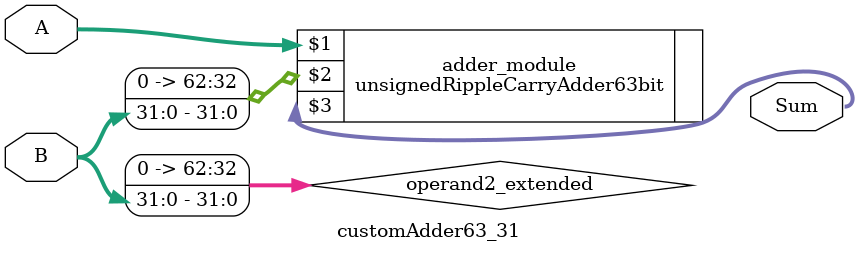
<source format=v>
module customAdder63_31(
                        input [62 : 0] A,
                        input [31 : 0] B,
                        
                        output [63 : 0] Sum
                );

        wire [62 : 0] operand2_extended;
        
        assign operand2_extended =  {31'b0, B};
        
        unsignedRippleCarryAdder63bit adder_module(
            A,
            operand2_extended,
            Sum
        );
        
        endmodule
        
</source>
